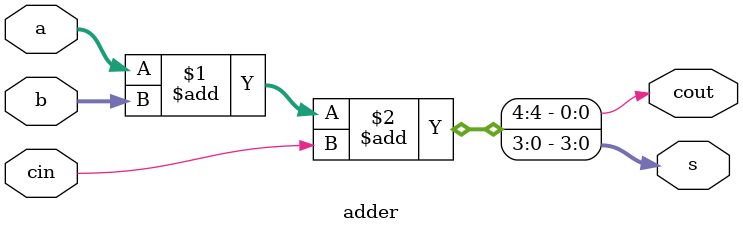
<source format=v>
`timescale 1ps / 1ps

module adder(
    input [3:0] a,
    input [3:0] b,
    input cin,
    output cout,
    output [3:0] s
);
    assign {cout, s} = a + b + cin;
endmodule
</source>
